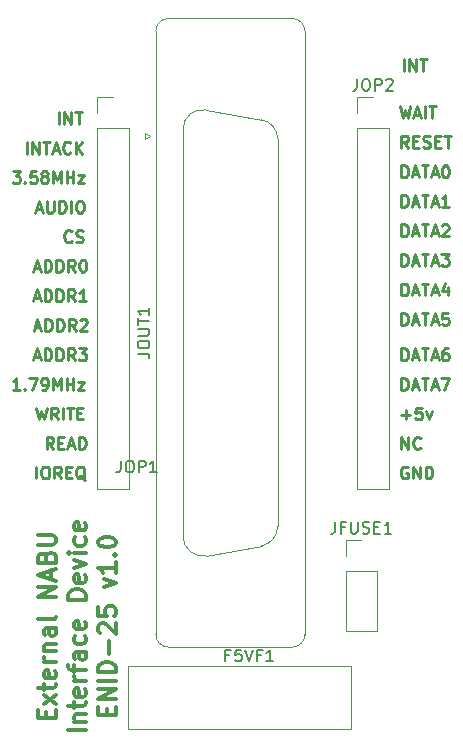
<source format=gbr>
%TF.GenerationSoftware,KiCad,Pcbnew,(5.1.8)-1*%
%TF.CreationDate,2023-02-27T06:27:53-05:00*%
%TF.ProjectId,nabu_export,6e616275-5f65-4787-906f-72742e6b6963,rev?*%
%TF.SameCoordinates,Original*%
%TF.FileFunction,Legend,Top*%
%TF.FilePolarity,Positive*%
%FSLAX46Y46*%
G04 Gerber Fmt 4.6, Leading zero omitted, Abs format (unit mm)*
G04 Created by KiCad (PCBNEW (5.1.8)-1) date 2023-02-27 06:27:53*
%MOMM*%
%LPD*%
G01*
G04 APERTURE LIST*
%ADD10C,0.250000*%
%ADD11C,0.300000*%
%ADD12C,0.120000*%
%ADD13C,0.150000*%
G04 APERTURE END LIST*
D10*
X137595238Y-51952380D02*
X137595238Y-50952380D01*
X138071428Y-51952380D02*
X138071428Y-50952380D01*
X138642857Y-51952380D01*
X138642857Y-50952380D01*
X138976190Y-50952380D02*
X139547619Y-50952380D01*
X139261904Y-51952380D02*
X139261904Y-50952380D01*
X137924404Y-85500000D02*
X137829166Y-85452380D01*
X137686309Y-85452380D01*
X137543452Y-85500000D01*
X137448214Y-85595238D01*
X137400595Y-85690476D01*
X137352976Y-85880952D01*
X137352976Y-86023809D01*
X137400595Y-86214285D01*
X137448214Y-86309523D01*
X137543452Y-86404761D01*
X137686309Y-86452380D01*
X137781547Y-86452380D01*
X137924404Y-86404761D01*
X137972023Y-86357142D01*
X137972023Y-86023809D01*
X137781547Y-86023809D01*
X138400595Y-86452380D02*
X138400595Y-85452380D01*
X138972023Y-86452380D01*
X138972023Y-85452380D01*
X139448214Y-86452380D02*
X139448214Y-85452380D01*
X139686309Y-85452380D01*
X139829166Y-85500000D01*
X139924404Y-85595238D01*
X139972023Y-85690476D01*
X140019642Y-85880952D01*
X140019642Y-86023809D01*
X139972023Y-86214285D01*
X139924404Y-86309523D01*
X139829166Y-86404761D01*
X139686309Y-86452380D01*
X139448214Y-86452380D01*
X137400595Y-83952380D02*
X137400595Y-82952380D01*
X137972023Y-83952380D01*
X137972023Y-82952380D01*
X139019642Y-83857142D02*
X138972023Y-83904761D01*
X138829166Y-83952380D01*
X138733928Y-83952380D01*
X138591071Y-83904761D01*
X138495833Y-83809523D01*
X138448214Y-83714285D01*
X138400595Y-83523809D01*
X138400595Y-83380952D01*
X138448214Y-83190476D01*
X138495833Y-83095238D01*
X138591071Y-83000000D01*
X138733928Y-82952380D01*
X138829166Y-82952380D01*
X138972023Y-83000000D01*
X139019642Y-83047619D01*
X137400595Y-81071428D02*
X138162500Y-81071428D01*
X137781547Y-81452380D02*
X137781547Y-80690476D01*
X139114880Y-80452380D02*
X138638690Y-80452380D01*
X138591071Y-80928571D01*
X138638690Y-80880952D01*
X138733928Y-80833333D01*
X138972023Y-80833333D01*
X139067261Y-80880952D01*
X139114880Y-80928571D01*
X139162500Y-81023809D01*
X139162500Y-81261904D01*
X139114880Y-81357142D01*
X139067261Y-81404761D01*
X138972023Y-81452380D01*
X138733928Y-81452380D01*
X138638690Y-81404761D01*
X138591071Y-81357142D01*
X139495833Y-80785714D02*
X139733928Y-81452380D01*
X139972023Y-80785714D01*
X137400595Y-78952380D02*
X137400595Y-77952380D01*
X137638690Y-77952380D01*
X137781547Y-78000000D01*
X137876785Y-78095238D01*
X137924404Y-78190476D01*
X137972023Y-78380952D01*
X137972023Y-78523809D01*
X137924404Y-78714285D01*
X137876785Y-78809523D01*
X137781547Y-78904761D01*
X137638690Y-78952380D01*
X137400595Y-78952380D01*
X138352976Y-78666666D02*
X138829166Y-78666666D01*
X138257738Y-78952380D02*
X138591071Y-77952380D01*
X138924404Y-78952380D01*
X139114880Y-77952380D02*
X139686309Y-77952380D01*
X139400595Y-78952380D02*
X139400595Y-77952380D01*
X139972023Y-78666666D02*
X140448214Y-78666666D01*
X139876785Y-78952380D02*
X140210119Y-77952380D01*
X140543452Y-78952380D01*
X140781547Y-77952380D02*
X141448214Y-77952380D01*
X141019642Y-78952380D01*
X137400595Y-76452380D02*
X137400595Y-75452380D01*
X137638690Y-75452380D01*
X137781547Y-75500000D01*
X137876785Y-75595238D01*
X137924404Y-75690476D01*
X137972023Y-75880952D01*
X137972023Y-76023809D01*
X137924404Y-76214285D01*
X137876785Y-76309523D01*
X137781547Y-76404761D01*
X137638690Y-76452380D01*
X137400595Y-76452380D01*
X138352976Y-76166666D02*
X138829166Y-76166666D01*
X138257738Y-76452380D02*
X138591071Y-75452380D01*
X138924404Y-76452380D01*
X139114880Y-75452380D02*
X139686309Y-75452380D01*
X139400595Y-76452380D02*
X139400595Y-75452380D01*
X139972023Y-76166666D02*
X140448214Y-76166666D01*
X139876785Y-76452380D02*
X140210119Y-75452380D01*
X140543452Y-76452380D01*
X141305357Y-75452380D02*
X141114880Y-75452380D01*
X141019642Y-75500000D01*
X140972023Y-75547619D01*
X140876785Y-75690476D01*
X140829166Y-75880952D01*
X140829166Y-76261904D01*
X140876785Y-76357142D01*
X140924404Y-76404761D01*
X141019642Y-76452380D01*
X141210119Y-76452380D01*
X141305357Y-76404761D01*
X141352976Y-76357142D01*
X141400595Y-76261904D01*
X141400595Y-76023809D01*
X141352976Y-75928571D01*
X141305357Y-75880952D01*
X141210119Y-75833333D01*
X141019642Y-75833333D01*
X140924404Y-75880952D01*
X140876785Y-75928571D01*
X140829166Y-76023809D01*
X137400595Y-73452380D02*
X137400595Y-72452380D01*
X137638690Y-72452380D01*
X137781547Y-72500000D01*
X137876785Y-72595238D01*
X137924404Y-72690476D01*
X137972023Y-72880952D01*
X137972023Y-73023809D01*
X137924404Y-73214285D01*
X137876785Y-73309523D01*
X137781547Y-73404761D01*
X137638690Y-73452380D01*
X137400595Y-73452380D01*
X138352976Y-73166666D02*
X138829166Y-73166666D01*
X138257738Y-73452380D02*
X138591071Y-72452380D01*
X138924404Y-73452380D01*
X139114880Y-72452380D02*
X139686309Y-72452380D01*
X139400595Y-73452380D02*
X139400595Y-72452380D01*
X139972023Y-73166666D02*
X140448214Y-73166666D01*
X139876785Y-73452380D02*
X140210119Y-72452380D01*
X140543452Y-73452380D01*
X141352976Y-72452380D02*
X140876785Y-72452380D01*
X140829166Y-72928571D01*
X140876785Y-72880952D01*
X140972023Y-72833333D01*
X141210119Y-72833333D01*
X141305357Y-72880952D01*
X141352976Y-72928571D01*
X141400595Y-73023809D01*
X141400595Y-73261904D01*
X141352976Y-73357142D01*
X141305357Y-73404761D01*
X141210119Y-73452380D01*
X140972023Y-73452380D01*
X140876785Y-73404761D01*
X140829166Y-73357142D01*
X137400595Y-70952380D02*
X137400595Y-69952380D01*
X137638690Y-69952380D01*
X137781547Y-70000000D01*
X137876785Y-70095238D01*
X137924404Y-70190476D01*
X137972023Y-70380952D01*
X137972023Y-70523809D01*
X137924404Y-70714285D01*
X137876785Y-70809523D01*
X137781547Y-70904761D01*
X137638690Y-70952380D01*
X137400595Y-70952380D01*
X138352976Y-70666666D02*
X138829166Y-70666666D01*
X138257738Y-70952380D02*
X138591071Y-69952380D01*
X138924404Y-70952380D01*
X139114880Y-69952380D02*
X139686309Y-69952380D01*
X139400595Y-70952380D02*
X139400595Y-69952380D01*
X139972023Y-70666666D02*
X140448214Y-70666666D01*
X139876785Y-70952380D02*
X140210119Y-69952380D01*
X140543452Y-70952380D01*
X141305357Y-70285714D02*
X141305357Y-70952380D01*
X141067261Y-69904761D02*
X140829166Y-70619047D01*
X141448214Y-70619047D01*
X137400595Y-68452380D02*
X137400595Y-67452380D01*
X137638690Y-67452380D01*
X137781547Y-67500000D01*
X137876785Y-67595238D01*
X137924404Y-67690476D01*
X137972023Y-67880952D01*
X137972023Y-68023809D01*
X137924404Y-68214285D01*
X137876785Y-68309523D01*
X137781547Y-68404761D01*
X137638690Y-68452380D01*
X137400595Y-68452380D01*
X138352976Y-68166666D02*
X138829166Y-68166666D01*
X138257738Y-68452380D02*
X138591071Y-67452380D01*
X138924404Y-68452380D01*
X139114880Y-67452380D02*
X139686309Y-67452380D01*
X139400595Y-68452380D02*
X139400595Y-67452380D01*
X139972023Y-68166666D02*
X140448214Y-68166666D01*
X139876785Y-68452380D02*
X140210119Y-67452380D01*
X140543452Y-68452380D01*
X140781547Y-67452380D02*
X141400595Y-67452380D01*
X141067261Y-67833333D01*
X141210119Y-67833333D01*
X141305357Y-67880952D01*
X141352976Y-67928571D01*
X141400595Y-68023809D01*
X141400595Y-68261904D01*
X141352976Y-68357142D01*
X141305357Y-68404761D01*
X141210119Y-68452380D01*
X140924404Y-68452380D01*
X140829166Y-68404761D01*
X140781547Y-68357142D01*
X137400595Y-65952380D02*
X137400595Y-64952380D01*
X137638690Y-64952380D01*
X137781547Y-65000000D01*
X137876785Y-65095238D01*
X137924404Y-65190476D01*
X137972023Y-65380952D01*
X137972023Y-65523809D01*
X137924404Y-65714285D01*
X137876785Y-65809523D01*
X137781547Y-65904761D01*
X137638690Y-65952380D01*
X137400595Y-65952380D01*
X138352976Y-65666666D02*
X138829166Y-65666666D01*
X138257738Y-65952380D02*
X138591071Y-64952380D01*
X138924404Y-65952380D01*
X139114880Y-64952380D02*
X139686309Y-64952380D01*
X139400595Y-65952380D02*
X139400595Y-64952380D01*
X139972023Y-65666666D02*
X140448214Y-65666666D01*
X139876785Y-65952380D02*
X140210119Y-64952380D01*
X140543452Y-65952380D01*
X140829166Y-65047619D02*
X140876785Y-65000000D01*
X140972023Y-64952380D01*
X141210119Y-64952380D01*
X141305357Y-65000000D01*
X141352976Y-65047619D01*
X141400595Y-65142857D01*
X141400595Y-65238095D01*
X141352976Y-65380952D01*
X140781547Y-65952380D01*
X141400595Y-65952380D01*
X137400595Y-63452380D02*
X137400595Y-62452380D01*
X137638690Y-62452380D01*
X137781547Y-62500000D01*
X137876785Y-62595238D01*
X137924404Y-62690476D01*
X137972023Y-62880952D01*
X137972023Y-63023809D01*
X137924404Y-63214285D01*
X137876785Y-63309523D01*
X137781547Y-63404761D01*
X137638690Y-63452380D01*
X137400595Y-63452380D01*
X138352976Y-63166666D02*
X138829166Y-63166666D01*
X138257738Y-63452380D02*
X138591071Y-62452380D01*
X138924404Y-63452380D01*
X139114880Y-62452380D02*
X139686309Y-62452380D01*
X139400595Y-63452380D02*
X139400595Y-62452380D01*
X139972023Y-63166666D02*
X140448214Y-63166666D01*
X139876785Y-63452380D02*
X140210119Y-62452380D01*
X140543452Y-63452380D01*
X141400595Y-63452380D02*
X140829166Y-63452380D01*
X141114880Y-63452380D02*
X141114880Y-62452380D01*
X141019642Y-62595238D01*
X140924404Y-62690476D01*
X140829166Y-62738095D01*
X137400595Y-60952380D02*
X137400595Y-59952380D01*
X137638690Y-59952380D01*
X137781547Y-60000000D01*
X137876785Y-60095238D01*
X137924404Y-60190476D01*
X137972023Y-60380952D01*
X137972023Y-60523809D01*
X137924404Y-60714285D01*
X137876785Y-60809523D01*
X137781547Y-60904761D01*
X137638690Y-60952380D01*
X137400595Y-60952380D01*
X138352976Y-60666666D02*
X138829166Y-60666666D01*
X138257738Y-60952380D02*
X138591071Y-59952380D01*
X138924404Y-60952380D01*
X139114880Y-59952380D02*
X139686309Y-59952380D01*
X139400595Y-60952380D02*
X139400595Y-59952380D01*
X139972023Y-60666666D02*
X140448214Y-60666666D01*
X139876785Y-60952380D02*
X140210119Y-59952380D01*
X140543452Y-60952380D01*
X141067261Y-59952380D02*
X141162500Y-59952380D01*
X141257738Y-60000000D01*
X141305357Y-60047619D01*
X141352976Y-60142857D01*
X141400595Y-60333333D01*
X141400595Y-60571428D01*
X141352976Y-60761904D01*
X141305357Y-60857142D01*
X141257738Y-60904761D01*
X141162500Y-60952380D01*
X141067261Y-60952380D01*
X140972023Y-60904761D01*
X140924404Y-60857142D01*
X140876785Y-60761904D01*
X140829166Y-60571428D01*
X140829166Y-60333333D01*
X140876785Y-60142857D01*
X140924404Y-60047619D01*
X140972023Y-60000000D01*
X141067261Y-59952380D01*
X137972023Y-58452380D02*
X137638690Y-57976190D01*
X137400595Y-58452380D02*
X137400595Y-57452380D01*
X137781547Y-57452380D01*
X137876785Y-57500000D01*
X137924404Y-57547619D01*
X137972023Y-57642857D01*
X137972023Y-57785714D01*
X137924404Y-57880952D01*
X137876785Y-57928571D01*
X137781547Y-57976190D01*
X137400595Y-57976190D01*
X138400595Y-57928571D02*
X138733928Y-57928571D01*
X138876785Y-58452380D02*
X138400595Y-58452380D01*
X138400595Y-57452380D01*
X138876785Y-57452380D01*
X139257738Y-58404761D02*
X139400595Y-58452380D01*
X139638690Y-58452380D01*
X139733928Y-58404761D01*
X139781547Y-58357142D01*
X139829166Y-58261904D01*
X139829166Y-58166666D01*
X139781547Y-58071428D01*
X139733928Y-58023809D01*
X139638690Y-57976190D01*
X139448214Y-57928571D01*
X139352976Y-57880952D01*
X139305357Y-57833333D01*
X139257738Y-57738095D01*
X139257738Y-57642857D01*
X139305357Y-57547619D01*
X139352976Y-57500000D01*
X139448214Y-57452380D01*
X139686309Y-57452380D01*
X139829166Y-57500000D01*
X140257738Y-57928571D02*
X140591071Y-57928571D01*
X140733928Y-58452380D02*
X140257738Y-58452380D01*
X140257738Y-57452380D01*
X140733928Y-57452380D01*
X141019642Y-57452380D02*
X141591071Y-57452380D01*
X141305357Y-58452380D02*
X141305357Y-57452380D01*
X137305357Y-54952380D02*
X137543452Y-55952380D01*
X137733928Y-55238095D01*
X137924404Y-55952380D01*
X138162500Y-54952380D01*
X138495833Y-55666666D02*
X138972023Y-55666666D01*
X138400595Y-55952380D02*
X138733928Y-54952380D01*
X139067261Y-55952380D01*
X139400595Y-55952380D02*
X139400595Y-54952380D01*
X139733928Y-54952380D02*
X140305357Y-54952380D01*
X140019642Y-55952380D02*
X140019642Y-54952380D01*
X106352976Y-73666666D02*
X106829166Y-73666666D01*
X106257738Y-73952380D02*
X106591071Y-72952380D01*
X106924404Y-73952380D01*
X107257738Y-73952380D02*
X107257738Y-72952380D01*
X107495833Y-72952380D01*
X107638690Y-73000000D01*
X107733928Y-73095238D01*
X107781547Y-73190476D01*
X107829166Y-73380952D01*
X107829166Y-73523809D01*
X107781547Y-73714285D01*
X107733928Y-73809523D01*
X107638690Y-73904761D01*
X107495833Y-73952380D01*
X107257738Y-73952380D01*
X108257738Y-73952380D02*
X108257738Y-72952380D01*
X108495833Y-72952380D01*
X108638690Y-73000000D01*
X108733928Y-73095238D01*
X108781547Y-73190476D01*
X108829166Y-73380952D01*
X108829166Y-73523809D01*
X108781547Y-73714285D01*
X108733928Y-73809523D01*
X108638690Y-73904761D01*
X108495833Y-73952380D01*
X108257738Y-73952380D01*
X109829166Y-73952380D02*
X109495833Y-73476190D01*
X109257738Y-73952380D02*
X109257738Y-72952380D01*
X109638690Y-72952380D01*
X109733928Y-73000000D01*
X109781547Y-73047619D01*
X109829166Y-73142857D01*
X109829166Y-73285714D01*
X109781547Y-73380952D01*
X109733928Y-73428571D01*
X109638690Y-73476190D01*
X109257738Y-73476190D01*
X110210119Y-73047619D02*
X110257738Y-73000000D01*
X110352976Y-72952380D01*
X110591071Y-72952380D01*
X110686309Y-73000000D01*
X110733928Y-73047619D01*
X110781547Y-73142857D01*
X110781547Y-73238095D01*
X110733928Y-73380952D01*
X110162500Y-73952380D01*
X110781547Y-73952380D01*
X106500000Y-86452380D02*
X106500000Y-85452380D01*
X107166666Y-85452380D02*
X107357142Y-85452380D01*
X107452380Y-85500000D01*
X107547619Y-85595238D01*
X107595238Y-85785714D01*
X107595238Y-86119047D01*
X107547619Y-86309523D01*
X107452380Y-86404761D01*
X107357142Y-86452380D01*
X107166666Y-86452380D01*
X107071428Y-86404761D01*
X106976190Y-86309523D01*
X106928571Y-86119047D01*
X106928571Y-85785714D01*
X106976190Y-85595238D01*
X107071428Y-85500000D01*
X107166666Y-85452380D01*
X108595238Y-86452380D02*
X108261904Y-85976190D01*
X108023809Y-86452380D02*
X108023809Y-85452380D01*
X108404761Y-85452380D01*
X108500000Y-85500000D01*
X108547619Y-85547619D01*
X108595238Y-85642857D01*
X108595238Y-85785714D01*
X108547619Y-85880952D01*
X108500000Y-85928571D01*
X108404761Y-85976190D01*
X108023809Y-85976190D01*
X109023809Y-85928571D02*
X109357142Y-85928571D01*
X109500000Y-86452380D02*
X109023809Y-86452380D01*
X109023809Y-85452380D01*
X109500000Y-85452380D01*
X110595238Y-86547619D02*
X110500000Y-86500000D01*
X110404761Y-86404761D01*
X110261904Y-86261904D01*
X110166666Y-86214285D01*
X110071428Y-86214285D01*
X110119047Y-86452380D02*
X110023809Y-86404761D01*
X109928571Y-86309523D01*
X109880952Y-86119047D01*
X109880952Y-85785714D01*
X109928571Y-85595238D01*
X110023809Y-85500000D01*
X110119047Y-85452380D01*
X110309523Y-85452380D01*
X110404761Y-85500000D01*
X110500000Y-85595238D01*
X110547619Y-85785714D01*
X110547619Y-86119047D01*
X110500000Y-86309523D01*
X110404761Y-86404761D01*
X110309523Y-86452380D01*
X110119047Y-86452380D01*
X107928571Y-83952380D02*
X107595238Y-83476190D01*
X107357142Y-83952380D02*
X107357142Y-82952380D01*
X107738095Y-82952380D01*
X107833333Y-83000000D01*
X107880952Y-83047619D01*
X107928571Y-83142857D01*
X107928571Y-83285714D01*
X107880952Y-83380952D01*
X107833333Y-83428571D01*
X107738095Y-83476190D01*
X107357142Y-83476190D01*
X108357142Y-83428571D02*
X108690476Y-83428571D01*
X108833333Y-83952380D02*
X108357142Y-83952380D01*
X108357142Y-82952380D01*
X108833333Y-82952380D01*
X109214285Y-83666666D02*
X109690476Y-83666666D01*
X109119047Y-83952380D02*
X109452380Y-82952380D01*
X109785714Y-83952380D01*
X110119047Y-83952380D02*
X110119047Y-82952380D01*
X110357142Y-82952380D01*
X110499999Y-83000000D01*
X110595238Y-83095238D01*
X110642857Y-83190476D01*
X110690476Y-83380952D01*
X110690476Y-83523809D01*
X110642857Y-83714285D01*
X110595238Y-83809523D01*
X110499999Y-83904761D01*
X110357142Y-83952380D01*
X110119047Y-83952380D01*
X106500000Y-80452380D02*
X106738095Y-81452380D01*
X106928571Y-80738095D01*
X107119047Y-81452380D01*
X107357142Y-80452380D01*
X108309523Y-81452380D02*
X107976190Y-80976190D01*
X107738095Y-81452380D02*
X107738095Y-80452380D01*
X108119047Y-80452380D01*
X108214285Y-80500000D01*
X108261904Y-80547619D01*
X108309523Y-80642857D01*
X108309523Y-80785714D01*
X108261904Y-80880952D01*
X108214285Y-80928571D01*
X108119047Y-80976190D01*
X107738095Y-80976190D01*
X108738095Y-81452380D02*
X108738095Y-80452380D01*
X109071428Y-80452380D02*
X109642857Y-80452380D01*
X109357142Y-81452380D02*
X109357142Y-80452380D01*
X109976190Y-80928571D02*
X110309523Y-80928571D01*
X110452380Y-81452380D02*
X109976190Y-81452380D01*
X109976190Y-80452380D01*
X110452380Y-80452380D01*
X105095238Y-78952380D02*
X104523809Y-78952380D01*
X104809523Y-78952380D02*
X104809523Y-77952380D01*
X104714285Y-78095238D01*
X104619047Y-78190476D01*
X104523809Y-78238095D01*
X105523809Y-78857142D02*
X105571428Y-78904761D01*
X105523809Y-78952380D01*
X105476190Y-78904761D01*
X105523809Y-78857142D01*
X105523809Y-78952380D01*
X105904761Y-77952380D02*
X106571428Y-77952380D01*
X106142857Y-78952380D01*
X107000000Y-78952380D02*
X107190476Y-78952380D01*
X107285714Y-78904761D01*
X107333333Y-78857142D01*
X107428571Y-78714285D01*
X107476190Y-78523809D01*
X107476190Y-78142857D01*
X107428571Y-78047619D01*
X107380952Y-78000000D01*
X107285714Y-77952380D01*
X107095238Y-77952380D01*
X107000000Y-78000000D01*
X106952380Y-78047619D01*
X106904761Y-78142857D01*
X106904761Y-78380952D01*
X106952380Y-78476190D01*
X107000000Y-78523809D01*
X107095238Y-78571428D01*
X107285714Y-78571428D01*
X107380952Y-78523809D01*
X107428571Y-78476190D01*
X107476190Y-78380952D01*
X107904761Y-78952380D02*
X107904761Y-77952380D01*
X108238095Y-78666666D01*
X108571428Y-77952380D01*
X108571428Y-78952380D01*
X109047619Y-78952380D02*
X109047619Y-77952380D01*
X109047619Y-78428571D02*
X109619047Y-78428571D01*
X109619047Y-78952380D02*
X109619047Y-77952380D01*
X110000000Y-78285714D02*
X110523809Y-78285714D01*
X110000000Y-78952380D01*
X110523809Y-78952380D01*
X106285714Y-76166666D02*
X106761904Y-76166666D01*
X106190476Y-76452380D02*
X106523809Y-75452380D01*
X106857142Y-76452380D01*
X107190476Y-76452380D02*
X107190476Y-75452380D01*
X107428571Y-75452380D01*
X107571428Y-75500000D01*
X107666666Y-75595238D01*
X107714285Y-75690476D01*
X107761904Y-75880952D01*
X107761904Y-76023809D01*
X107714285Y-76214285D01*
X107666666Y-76309523D01*
X107571428Y-76404761D01*
X107428571Y-76452380D01*
X107190476Y-76452380D01*
X108190476Y-76452380D02*
X108190476Y-75452380D01*
X108428571Y-75452380D01*
X108571428Y-75500000D01*
X108666666Y-75595238D01*
X108714285Y-75690476D01*
X108761904Y-75880952D01*
X108761904Y-76023809D01*
X108714285Y-76214285D01*
X108666666Y-76309523D01*
X108571428Y-76404761D01*
X108428571Y-76452380D01*
X108190476Y-76452380D01*
X109761904Y-76452380D02*
X109428571Y-75976190D01*
X109190476Y-76452380D02*
X109190476Y-75452380D01*
X109571428Y-75452380D01*
X109666666Y-75500000D01*
X109714285Y-75547619D01*
X109761904Y-75642857D01*
X109761904Y-75785714D01*
X109714285Y-75880952D01*
X109666666Y-75928571D01*
X109571428Y-75976190D01*
X109190476Y-75976190D01*
X110095238Y-75452380D02*
X110714285Y-75452380D01*
X110380952Y-75833333D01*
X110523809Y-75833333D01*
X110619047Y-75880952D01*
X110666666Y-75928571D01*
X110714285Y-76023809D01*
X110714285Y-76261904D01*
X110666666Y-76357142D01*
X110619047Y-76404761D01*
X110523809Y-76452380D01*
X110238095Y-76452380D01*
X110142857Y-76404761D01*
X110095238Y-76357142D01*
X106285714Y-71166666D02*
X106761904Y-71166666D01*
X106190476Y-71452380D02*
X106523809Y-70452380D01*
X106857142Y-71452380D01*
X107190476Y-71452380D02*
X107190476Y-70452380D01*
X107428571Y-70452380D01*
X107571428Y-70500000D01*
X107666666Y-70595238D01*
X107714285Y-70690476D01*
X107761904Y-70880952D01*
X107761904Y-71023809D01*
X107714285Y-71214285D01*
X107666666Y-71309523D01*
X107571428Y-71404761D01*
X107428571Y-71452380D01*
X107190476Y-71452380D01*
X108190476Y-71452380D02*
X108190476Y-70452380D01*
X108428571Y-70452380D01*
X108571428Y-70500000D01*
X108666666Y-70595238D01*
X108714285Y-70690476D01*
X108761904Y-70880952D01*
X108761904Y-71023809D01*
X108714285Y-71214285D01*
X108666666Y-71309523D01*
X108571428Y-71404761D01*
X108428571Y-71452380D01*
X108190476Y-71452380D01*
X109761904Y-71452380D02*
X109428571Y-70976190D01*
X109190476Y-71452380D02*
X109190476Y-70452380D01*
X109571428Y-70452380D01*
X109666666Y-70500000D01*
X109714285Y-70547619D01*
X109761904Y-70642857D01*
X109761904Y-70785714D01*
X109714285Y-70880952D01*
X109666666Y-70928571D01*
X109571428Y-70976190D01*
X109190476Y-70976190D01*
X110714285Y-71452380D02*
X110142857Y-71452380D01*
X110428571Y-71452380D02*
X110428571Y-70452380D01*
X110333333Y-70595238D01*
X110238095Y-70690476D01*
X110142857Y-70738095D01*
X106285714Y-68666666D02*
X106761904Y-68666666D01*
X106190476Y-68952380D02*
X106523809Y-67952380D01*
X106857142Y-68952380D01*
X107190476Y-68952380D02*
X107190476Y-67952380D01*
X107428571Y-67952380D01*
X107571428Y-68000000D01*
X107666666Y-68095238D01*
X107714285Y-68190476D01*
X107761904Y-68380952D01*
X107761904Y-68523809D01*
X107714285Y-68714285D01*
X107666666Y-68809523D01*
X107571428Y-68904761D01*
X107428571Y-68952380D01*
X107190476Y-68952380D01*
X108190476Y-68952380D02*
X108190476Y-67952380D01*
X108428571Y-67952380D01*
X108571428Y-68000000D01*
X108666666Y-68095238D01*
X108714285Y-68190476D01*
X108761904Y-68380952D01*
X108761904Y-68523809D01*
X108714285Y-68714285D01*
X108666666Y-68809523D01*
X108571428Y-68904761D01*
X108428571Y-68952380D01*
X108190476Y-68952380D01*
X109761904Y-68952380D02*
X109428571Y-68476190D01*
X109190476Y-68952380D02*
X109190476Y-67952380D01*
X109571428Y-67952380D01*
X109666666Y-68000000D01*
X109714285Y-68047619D01*
X109761904Y-68142857D01*
X109761904Y-68285714D01*
X109714285Y-68380952D01*
X109666666Y-68428571D01*
X109571428Y-68476190D01*
X109190476Y-68476190D01*
X110380952Y-67952380D02*
X110476190Y-67952380D01*
X110571428Y-68000000D01*
X110619047Y-68047619D01*
X110666666Y-68142857D01*
X110714285Y-68333333D01*
X110714285Y-68571428D01*
X110666666Y-68761904D01*
X110619047Y-68857142D01*
X110571428Y-68904761D01*
X110476190Y-68952380D01*
X110380952Y-68952380D01*
X110285714Y-68904761D01*
X110238095Y-68857142D01*
X110190476Y-68761904D01*
X110142857Y-68571428D01*
X110142857Y-68333333D01*
X110190476Y-68142857D01*
X110238095Y-68047619D01*
X110285714Y-68000000D01*
X110380952Y-67952380D01*
X109472023Y-66357142D02*
X109424404Y-66404761D01*
X109281547Y-66452380D01*
X109186309Y-66452380D01*
X109043452Y-66404761D01*
X108948214Y-66309523D01*
X108900595Y-66214285D01*
X108852976Y-66023809D01*
X108852976Y-65880952D01*
X108900595Y-65690476D01*
X108948214Y-65595238D01*
X109043452Y-65500000D01*
X109186309Y-65452380D01*
X109281547Y-65452380D01*
X109424404Y-65500000D01*
X109472023Y-65547619D01*
X109852976Y-66404761D02*
X109995833Y-66452380D01*
X110233928Y-66452380D01*
X110329166Y-66404761D01*
X110376785Y-66357142D01*
X110424404Y-66261904D01*
X110424404Y-66166666D01*
X110376785Y-66071428D01*
X110329166Y-66023809D01*
X110233928Y-65976190D01*
X110043452Y-65928571D01*
X109948214Y-65880952D01*
X109900595Y-65833333D01*
X109852976Y-65738095D01*
X109852976Y-65642857D01*
X109900595Y-65547619D01*
X109948214Y-65500000D01*
X110043452Y-65452380D01*
X110281547Y-65452380D01*
X110424404Y-65500000D01*
X106476190Y-63666666D02*
X106952380Y-63666666D01*
X106380952Y-63952380D02*
X106714285Y-62952380D01*
X107047619Y-63952380D01*
X107380952Y-62952380D02*
X107380952Y-63761904D01*
X107428571Y-63857142D01*
X107476190Y-63904761D01*
X107571428Y-63952380D01*
X107761904Y-63952380D01*
X107857142Y-63904761D01*
X107904761Y-63857142D01*
X107952380Y-63761904D01*
X107952380Y-62952380D01*
X108428571Y-63952380D02*
X108428571Y-62952380D01*
X108666666Y-62952380D01*
X108809523Y-63000000D01*
X108904761Y-63095238D01*
X108952380Y-63190476D01*
X109000000Y-63380952D01*
X109000000Y-63523809D01*
X108952380Y-63714285D01*
X108904761Y-63809523D01*
X108809523Y-63904761D01*
X108666666Y-63952380D01*
X108428571Y-63952380D01*
X109428571Y-63952380D02*
X109428571Y-62952380D01*
X110095238Y-62952380D02*
X110285714Y-62952380D01*
X110380952Y-63000000D01*
X110476190Y-63095238D01*
X110523809Y-63285714D01*
X110523809Y-63619047D01*
X110476190Y-63809523D01*
X110380952Y-63904761D01*
X110285714Y-63952380D01*
X110095238Y-63952380D01*
X110000000Y-63904761D01*
X109904761Y-63809523D01*
X109857142Y-63619047D01*
X109857142Y-63285714D01*
X109904761Y-63095238D01*
X110000000Y-63000000D01*
X110095238Y-62952380D01*
X104476190Y-60452380D02*
X105095238Y-60452380D01*
X104761904Y-60833333D01*
X104904761Y-60833333D01*
X105000000Y-60880952D01*
X105047619Y-60928571D01*
X105095238Y-61023809D01*
X105095238Y-61261904D01*
X105047619Y-61357142D01*
X105000000Y-61404761D01*
X104904761Y-61452380D01*
X104619047Y-61452380D01*
X104523809Y-61404761D01*
X104476190Y-61357142D01*
X105523809Y-61357142D02*
X105571428Y-61404761D01*
X105523809Y-61452380D01*
X105476190Y-61404761D01*
X105523809Y-61357142D01*
X105523809Y-61452380D01*
X106476190Y-60452380D02*
X106000000Y-60452380D01*
X105952380Y-60928571D01*
X106000000Y-60880952D01*
X106095238Y-60833333D01*
X106333333Y-60833333D01*
X106428571Y-60880952D01*
X106476190Y-60928571D01*
X106523809Y-61023809D01*
X106523809Y-61261904D01*
X106476190Y-61357142D01*
X106428571Y-61404761D01*
X106333333Y-61452380D01*
X106095238Y-61452380D01*
X106000000Y-61404761D01*
X105952380Y-61357142D01*
X107095238Y-60880952D02*
X107000000Y-60833333D01*
X106952380Y-60785714D01*
X106904761Y-60690476D01*
X106904761Y-60642857D01*
X106952380Y-60547619D01*
X107000000Y-60500000D01*
X107095238Y-60452380D01*
X107285714Y-60452380D01*
X107380952Y-60500000D01*
X107428571Y-60547619D01*
X107476190Y-60642857D01*
X107476190Y-60690476D01*
X107428571Y-60785714D01*
X107380952Y-60833333D01*
X107285714Y-60880952D01*
X107095238Y-60880952D01*
X107000000Y-60928571D01*
X106952380Y-60976190D01*
X106904761Y-61071428D01*
X106904761Y-61261904D01*
X106952380Y-61357142D01*
X107000000Y-61404761D01*
X107095238Y-61452380D01*
X107285714Y-61452380D01*
X107380952Y-61404761D01*
X107428571Y-61357142D01*
X107476190Y-61261904D01*
X107476190Y-61071428D01*
X107428571Y-60976190D01*
X107380952Y-60928571D01*
X107285714Y-60880952D01*
X107904761Y-61452380D02*
X107904761Y-60452380D01*
X108238095Y-61166666D01*
X108571428Y-60452380D01*
X108571428Y-61452380D01*
X109047619Y-61452380D02*
X109047619Y-60452380D01*
X109047619Y-60928571D02*
X109619047Y-60928571D01*
X109619047Y-61452380D02*
X109619047Y-60452380D01*
X110000000Y-60785714D02*
X110523809Y-60785714D01*
X110000000Y-61452380D01*
X110523809Y-61452380D01*
X105666666Y-58952380D02*
X105666666Y-57952380D01*
X106142857Y-58952380D02*
X106142857Y-57952380D01*
X106714285Y-58952380D01*
X106714285Y-57952380D01*
X107047619Y-57952380D02*
X107619047Y-57952380D01*
X107333333Y-58952380D02*
X107333333Y-57952380D01*
X107904761Y-58666666D02*
X108380952Y-58666666D01*
X107809523Y-58952380D02*
X108142857Y-57952380D01*
X108476190Y-58952380D01*
X109380952Y-58857142D02*
X109333333Y-58904761D01*
X109190476Y-58952380D01*
X109095238Y-58952380D01*
X108952380Y-58904761D01*
X108857142Y-58809523D01*
X108809523Y-58714285D01*
X108761904Y-58523809D01*
X108761904Y-58380952D01*
X108809523Y-58190476D01*
X108857142Y-58095238D01*
X108952380Y-58000000D01*
X109095238Y-57952380D01*
X109190476Y-57952380D01*
X109333333Y-58000000D01*
X109380952Y-58047619D01*
X109809523Y-58952380D02*
X109809523Y-57952380D01*
X110380952Y-58952380D02*
X109952380Y-58380952D01*
X110380952Y-57952380D02*
X109809523Y-58523809D01*
X108400595Y-56452380D02*
X108400595Y-55452380D01*
X108876785Y-56452380D02*
X108876785Y-55452380D01*
X109448214Y-56452380D01*
X109448214Y-55452380D01*
X109781547Y-55452380D02*
X110352976Y-55452380D01*
X110067261Y-56452380D02*
X110067261Y-55452380D01*
D11*
X107342857Y-106750000D02*
X107342857Y-106250000D01*
X108128571Y-106035714D02*
X108128571Y-106750000D01*
X106628571Y-106750000D01*
X106628571Y-106035714D01*
X108128571Y-105535714D02*
X107128571Y-104750000D01*
X107128571Y-105535714D02*
X108128571Y-104750000D01*
X107128571Y-104392857D02*
X107128571Y-103821428D01*
X106628571Y-104178571D02*
X107914285Y-104178571D01*
X108057142Y-104107142D01*
X108128571Y-103964285D01*
X108128571Y-103821428D01*
X108057142Y-102750000D02*
X108128571Y-102892857D01*
X108128571Y-103178571D01*
X108057142Y-103321428D01*
X107914285Y-103392857D01*
X107342857Y-103392857D01*
X107200000Y-103321428D01*
X107128571Y-103178571D01*
X107128571Y-102892857D01*
X107200000Y-102750000D01*
X107342857Y-102678571D01*
X107485714Y-102678571D01*
X107628571Y-103392857D01*
X108128571Y-102035714D02*
X107128571Y-102035714D01*
X107414285Y-102035714D02*
X107271428Y-101964285D01*
X107200000Y-101892857D01*
X107128571Y-101750000D01*
X107128571Y-101607142D01*
X107128571Y-101107142D02*
X108128571Y-101107142D01*
X107271428Y-101107142D02*
X107200000Y-101035714D01*
X107128571Y-100892857D01*
X107128571Y-100678571D01*
X107200000Y-100535714D01*
X107342857Y-100464285D01*
X108128571Y-100464285D01*
X108128571Y-99107142D02*
X107342857Y-99107142D01*
X107200000Y-99178571D01*
X107128571Y-99321428D01*
X107128571Y-99607142D01*
X107200000Y-99750000D01*
X108057142Y-99107142D02*
X108128571Y-99250000D01*
X108128571Y-99607142D01*
X108057142Y-99750000D01*
X107914285Y-99821428D01*
X107771428Y-99821428D01*
X107628571Y-99750000D01*
X107557142Y-99607142D01*
X107557142Y-99250000D01*
X107485714Y-99107142D01*
X108128571Y-98178571D02*
X108057142Y-98321428D01*
X107914285Y-98392857D01*
X106628571Y-98392857D01*
X108128571Y-96464285D02*
X106628571Y-96464285D01*
X108128571Y-95607142D01*
X106628571Y-95607142D01*
X107700000Y-94964285D02*
X107700000Y-94250000D01*
X108128571Y-95107142D02*
X106628571Y-94607142D01*
X108128571Y-94107142D01*
X107342857Y-93107142D02*
X107414285Y-92892857D01*
X107485714Y-92821428D01*
X107628571Y-92750000D01*
X107842857Y-92750000D01*
X107985714Y-92821428D01*
X108057142Y-92892857D01*
X108128571Y-93035714D01*
X108128571Y-93607142D01*
X106628571Y-93607142D01*
X106628571Y-93107142D01*
X106700000Y-92964285D01*
X106771428Y-92892857D01*
X106914285Y-92821428D01*
X107057142Y-92821428D01*
X107200000Y-92892857D01*
X107271428Y-92964285D01*
X107342857Y-93107142D01*
X107342857Y-93607142D01*
X106628571Y-92107142D02*
X107842857Y-92107142D01*
X107985714Y-92035714D01*
X108057142Y-91964285D01*
X108128571Y-91821428D01*
X108128571Y-91535714D01*
X108057142Y-91392857D01*
X107985714Y-91321428D01*
X107842857Y-91250000D01*
X106628571Y-91250000D01*
X110678571Y-107785714D02*
X109178571Y-107785714D01*
X109678571Y-107071428D02*
X110678571Y-107071428D01*
X109821428Y-107071428D02*
X109750000Y-107000000D01*
X109678571Y-106857142D01*
X109678571Y-106642857D01*
X109750000Y-106500000D01*
X109892857Y-106428571D01*
X110678571Y-106428571D01*
X109678571Y-105928571D02*
X109678571Y-105357142D01*
X109178571Y-105714285D02*
X110464285Y-105714285D01*
X110607142Y-105642857D01*
X110678571Y-105500000D01*
X110678571Y-105357142D01*
X110607142Y-104285714D02*
X110678571Y-104428571D01*
X110678571Y-104714285D01*
X110607142Y-104857142D01*
X110464285Y-104928571D01*
X109892857Y-104928571D01*
X109750000Y-104857142D01*
X109678571Y-104714285D01*
X109678571Y-104428571D01*
X109750000Y-104285714D01*
X109892857Y-104214285D01*
X110035714Y-104214285D01*
X110178571Y-104928571D01*
X110678571Y-103571428D02*
X109678571Y-103571428D01*
X109964285Y-103571428D02*
X109821428Y-103500000D01*
X109750000Y-103428571D01*
X109678571Y-103285714D01*
X109678571Y-103142857D01*
X109678571Y-102857142D02*
X109678571Y-102285714D01*
X110678571Y-102642857D02*
X109392857Y-102642857D01*
X109250000Y-102571428D01*
X109178571Y-102428571D01*
X109178571Y-102285714D01*
X110678571Y-101142857D02*
X109892857Y-101142857D01*
X109750000Y-101214285D01*
X109678571Y-101357142D01*
X109678571Y-101642857D01*
X109750000Y-101785714D01*
X110607142Y-101142857D02*
X110678571Y-101285714D01*
X110678571Y-101642857D01*
X110607142Y-101785714D01*
X110464285Y-101857142D01*
X110321428Y-101857142D01*
X110178571Y-101785714D01*
X110107142Y-101642857D01*
X110107142Y-101285714D01*
X110035714Y-101142857D01*
X110607142Y-99785714D02*
X110678571Y-99928571D01*
X110678571Y-100214285D01*
X110607142Y-100357142D01*
X110535714Y-100428571D01*
X110392857Y-100500000D01*
X109964285Y-100500000D01*
X109821428Y-100428571D01*
X109750000Y-100357142D01*
X109678571Y-100214285D01*
X109678571Y-99928571D01*
X109750000Y-99785714D01*
X110607142Y-98571428D02*
X110678571Y-98714285D01*
X110678571Y-99000000D01*
X110607142Y-99142857D01*
X110464285Y-99214285D01*
X109892857Y-99214285D01*
X109750000Y-99142857D01*
X109678571Y-99000000D01*
X109678571Y-98714285D01*
X109750000Y-98571428D01*
X109892857Y-98500000D01*
X110035714Y-98500000D01*
X110178571Y-99214285D01*
X110678571Y-96714285D02*
X109178571Y-96714285D01*
X109178571Y-96357142D01*
X109250000Y-96142857D01*
X109392857Y-96000000D01*
X109535714Y-95928571D01*
X109821428Y-95857142D01*
X110035714Y-95857142D01*
X110321428Y-95928571D01*
X110464285Y-96000000D01*
X110607142Y-96142857D01*
X110678571Y-96357142D01*
X110678571Y-96714285D01*
X110607142Y-94642857D02*
X110678571Y-94785714D01*
X110678571Y-95071428D01*
X110607142Y-95214285D01*
X110464285Y-95285714D01*
X109892857Y-95285714D01*
X109750000Y-95214285D01*
X109678571Y-95071428D01*
X109678571Y-94785714D01*
X109750000Y-94642857D01*
X109892857Y-94571428D01*
X110035714Y-94571428D01*
X110178571Y-95285714D01*
X109678571Y-94071428D02*
X110678571Y-93714285D01*
X109678571Y-93357142D01*
X110678571Y-92785714D02*
X109678571Y-92785714D01*
X109178571Y-92785714D02*
X109250000Y-92857142D01*
X109321428Y-92785714D01*
X109250000Y-92714285D01*
X109178571Y-92785714D01*
X109321428Y-92785714D01*
X110607142Y-91428571D02*
X110678571Y-91571428D01*
X110678571Y-91857142D01*
X110607142Y-92000000D01*
X110535714Y-92071428D01*
X110392857Y-92142857D01*
X109964285Y-92142857D01*
X109821428Y-92071428D01*
X109750000Y-92000000D01*
X109678571Y-91857142D01*
X109678571Y-91571428D01*
X109750000Y-91428571D01*
X110607142Y-90214285D02*
X110678571Y-90357142D01*
X110678571Y-90642857D01*
X110607142Y-90785714D01*
X110464285Y-90857142D01*
X109892857Y-90857142D01*
X109750000Y-90785714D01*
X109678571Y-90642857D01*
X109678571Y-90357142D01*
X109750000Y-90214285D01*
X109892857Y-90142857D01*
X110035714Y-90142857D01*
X110178571Y-90857142D01*
X112442857Y-106500000D02*
X112442857Y-106000000D01*
X113228571Y-105785714D02*
X113228571Y-106500000D01*
X111728571Y-106500000D01*
X111728571Y-105785714D01*
X113228571Y-105142857D02*
X111728571Y-105142857D01*
X113228571Y-104285714D01*
X111728571Y-104285714D01*
X113228571Y-103571428D02*
X111728571Y-103571428D01*
X113228571Y-102857142D02*
X111728571Y-102857142D01*
X111728571Y-102500000D01*
X111800000Y-102285714D01*
X111942857Y-102142857D01*
X112085714Y-102071428D01*
X112371428Y-102000000D01*
X112585714Y-102000000D01*
X112871428Y-102071428D01*
X113014285Y-102142857D01*
X113157142Y-102285714D01*
X113228571Y-102500000D01*
X113228571Y-102857142D01*
X112657142Y-101357142D02*
X112657142Y-100214285D01*
X111871428Y-99571428D02*
X111800000Y-99500000D01*
X111728571Y-99357142D01*
X111728571Y-99000000D01*
X111800000Y-98857142D01*
X111871428Y-98785714D01*
X112014285Y-98714285D01*
X112157142Y-98714285D01*
X112371428Y-98785714D01*
X113228571Y-99642857D01*
X113228571Y-98714285D01*
X111728571Y-97357142D02*
X111728571Y-98071428D01*
X112442857Y-98142857D01*
X112371428Y-98071428D01*
X112300000Y-97928571D01*
X112300000Y-97571428D01*
X112371428Y-97428571D01*
X112442857Y-97357142D01*
X112585714Y-97285714D01*
X112942857Y-97285714D01*
X113085714Y-97357142D01*
X113157142Y-97428571D01*
X113228571Y-97571428D01*
X113228571Y-97928571D01*
X113157142Y-98071428D01*
X113085714Y-98142857D01*
X112228571Y-95642857D02*
X113228571Y-95285714D01*
X112228571Y-94928571D01*
X113228571Y-93571428D02*
X113228571Y-94428571D01*
X113228571Y-94000000D02*
X111728571Y-94000000D01*
X111942857Y-94142857D01*
X112085714Y-94285714D01*
X112157142Y-94428571D01*
X113085714Y-92928571D02*
X113157142Y-92857142D01*
X113228571Y-92928571D01*
X113157142Y-93000000D01*
X113085714Y-92928571D01*
X113228571Y-92928571D01*
X111728571Y-91928571D02*
X111728571Y-91785714D01*
X111800000Y-91642857D01*
X111871428Y-91571428D01*
X112014285Y-91500000D01*
X112300000Y-91428571D01*
X112657142Y-91428571D01*
X112942857Y-91500000D01*
X113085714Y-91571428D01*
X113157142Y-91642857D01*
X113228571Y-91785714D01*
X113228571Y-91928571D01*
X113157142Y-92071428D01*
X113085714Y-92142857D01*
X112942857Y-92214285D01*
X112657142Y-92285714D01*
X112300000Y-92285714D01*
X112014285Y-92214285D01*
X111871428Y-92142857D01*
X111800000Y-92071428D01*
X111728571Y-91928571D01*
D12*
%TO.C,JOUT1*%
X120858256Y-92986470D02*
X125558256Y-92157733D01*
X120858256Y-55253530D02*
X125558256Y-56082267D01*
X126930000Y-90522952D02*
X126930000Y-57717048D01*
X118910000Y-91351689D02*
X118910000Y-56888311D01*
X116148675Y-57500000D02*
X115715662Y-57750000D01*
X115715662Y-57250000D02*
X116148675Y-57500000D01*
X115715662Y-57750000D02*
X115715662Y-57250000D01*
X128170000Y-100730000D02*
X117670000Y-100730000D01*
X129230000Y-48570000D02*
X129230000Y-99670000D01*
X117670000Y-47510000D02*
X128170000Y-47510000D01*
X116610000Y-99670000D02*
X116610000Y-48570000D01*
X125558256Y-56082267D02*
G75*
G02*
X126930000Y-57717048I-288256J-1634781D01*
G01*
X125558256Y-92157733D02*
G75*
G03*
X126930000Y-90522952I-288256J1634781D01*
G01*
X120858256Y-55253530D02*
G75*
G03*
X118910000Y-56888311I-288256J-1634781D01*
G01*
X120858256Y-92986470D02*
G75*
G02*
X118910000Y-91351689I-288256J1634781D01*
G01*
X129230000Y-48570000D02*
G75*
G03*
X128170000Y-47510000I-1060000J0D01*
G01*
X129230000Y-99670000D02*
G75*
G02*
X128170000Y-100730000I-1060000J0D01*
G01*
X117670000Y-47510000D02*
G75*
G03*
X116610000Y-48570000I0J-1060000D01*
G01*
X116610000Y-99670000D02*
G75*
G03*
X117670000Y-100730000I1060000J0D01*
G01*
%TO.C,JOP2*%
X133670000Y-54170000D02*
X135000000Y-54170000D01*
X133670000Y-55500000D02*
X133670000Y-54170000D01*
X133670000Y-56770000D02*
X136330000Y-56770000D01*
X136330000Y-56770000D02*
X136330000Y-87310000D01*
X133670000Y-56770000D02*
X133670000Y-87310000D01*
X133670000Y-87310000D02*
X136330000Y-87310000D01*
%TO.C,JOP1*%
X111670000Y-54170000D02*
X113000000Y-54170000D01*
X111670000Y-55500000D02*
X111670000Y-54170000D01*
X111670000Y-56770000D02*
X114330000Y-56770000D01*
X114330000Y-56770000D02*
X114330000Y-87310000D01*
X111670000Y-56770000D02*
X111670000Y-87310000D01*
X111670000Y-87310000D02*
X114330000Y-87310000D01*
%TO.C,JFUSE1*%
X132670000Y-91670000D02*
X134000000Y-91670000D01*
X132670000Y-93000000D02*
X132670000Y-91670000D01*
X132670000Y-94270000D02*
X135330000Y-94270000D01*
X135330000Y-94270000D02*
X135330000Y-99410000D01*
X132670000Y-94270000D02*
X132670000Y-99410000D01*
X132670000Y-99410000D02*
X135330000Y-99410000D01*
%TO.C,F5VF1*%
X133150000Y-107650000D02*
X114250000Y-107650000D01*
X133150000Y-107650000D02*
X133150000Y-102350000D01*
X114250000Y-102350000D02*
X114250000Y-107650000D01*
X114250000Y-102350000D02*
X133150000Y-102350000D01*
%TO.C,JOUT1*%
D13*
X115062380Y-75881904D02*
X115776666Y-75881904D01*
X115919523Y-75929523D01*
X116014761Y-76024761D01*
X116062380Y-76167619D01*
X116062380Y-76262857D01*
X115062380Y-75215238D02*
X115062380Y-75024761D01*
X115110000Y-74929523D01*
X115205238Y-74834285D01*
X115395714Y-74786666D01*
X115729047Y-74786666D01*
X115919523Y-74834285D01*
X116014761Y-74929523D01*
X116062380Y-75024761D01*
X116062380Y-75215238D01*
X116014761Y-75310476D01*
X115919523Y-75405714D01*
X115729047Y-75453333D01*
X115395714Y-75453333D01*
X115205238Y-75405714D01*
X115110000Y-75310476D01*
X115062380Y-75215238D01*
X115062380Y-74358095D02*
X115871904Y-74358095D01*
X115967142Y-74310476D01*
X116014761Y-74262857D01*
X116062380Y-74167619D01*
X116062380Y-73977142D01*
X116014761Y-73881904D01*
X115967142Y-73834285D01*
X115871904Y-73786666D01*
X115062380Y-73786666D01*
X115062380Y-73453333D02*
X115062380Y-72881904D01*
X116062380Y-73167619D02*
X115062380Y-73167619D01*
X116062380Y-72024761D02*
X116062380Y-72596190D01*
X116062380Y-72310476D02*
X115062380Y-72310476D01*
X115205238Y-72405714D01*
X115300476Y-72500952D01*
X115348095Y-72596190D01*
%TO.C,JOP2*%
X133642857Y-52622380D02*
X133642857Y-53336666D01*
X133595238Y-53479523D01*
X133500000Y-53574761D01*
X133357142Y-53622380D01*
X133261904Y-53622380D01*
X134309523Y-52622380D02*
X134500000Y-52622380D01*
X134595238Y-52670000D01*
X134690476Y-52765238D01*
X134738095Y-52955714D01*
X134738095Y-53289047D01*
X134690476Y-53479523D01*
X134595238Y-53574761D01*
X134500000Y-53622380D01*
X134309523Y-53622380D01*
X134214285Y-53574761D01*
X134119047Y-53479523D01*
X134071428Y-53289047D01*
X134071428Y-52955714D01*
X134119047Y-52765238D01*
X134214285Y-52670000D01*
X134309523Y-52622380D01*
X135166666Y-53622380D02*
X135166666Y-52622380D01*
X135547619Y-52622380D01*
X135642857Y-52670000D01*
X135690476Y-52717619D01*
X135738095Y-52812857D01*
X135738095Y-52955714D01*
X135690476Y-53050952D01*
X135642857Y-53098571D01*
X135547619Y-53146190D01*
X135166666Y-53146190D01*
X136119047Y-52717619D02*
X136166666Y-52670000D01*
X136261904Y-52622380D01*
X136500000Y-52622380D01*
X136595238Y-52670000D01*
X136642857Y-52717619D01*
X136690476Y-52812857D01*
X136690476Y-52908095D01*
X136642857Y-53050952D01*
X136071428Y-53622380D01*
X136690476Y-53622380D01*
%TO.C,JOP1*%
X113642857Y-84952380D02*
X113642857Y-85666666D01*
X113595238Y-85809523D01*
X113500000Y-85904761D01*
X113357142Y-85952380D01*
X113261904Y-85952380D01*
X114309523Y-84952380D02*
X114500000Y-84952380D01*
X114595238Y-85000000D01*
X114690476Y-85095238D01*
X114738095Y-85285714D01*
X114738095Y-85619047D01*
X114690476Y-85809523D01*
X114595238Y-85904761D01*
X114500000Y-85952380D01*
X114309523Y-85952380D01*
X114214285Y-85904761D01*
X114119047Y-85809523D01*
X114071428Y-85619047D01*
X114071428Y-85285714D01*
X114119047Y-85095238D01*
X114214285Y-85000000D01*
X114309523Y-84952380D01*
X115166666Y-85952380D02*
X115166666Y-84952380D01*
X115547619Y-84952380D01*
X115642857Y-85000000D01*
X115690476Y-85047619D01*
X115738095Y-85142857D01*
X115738095Y-85285714D01*
X115690476Y-85380952D01*
X115642857Y-85428571D01*
X115547619Y-85476190D01*
X115166666Y-85476190D01*
X116690476Y-85952380D02*
X116119047Y-85952380D01*
X116404761Y-85952380D02*
X116404761Y-84952380D01*
X116309523Y-85095238D01*
X116214285Y-85190476D01*
X116119047Y-85238095D01*
%TO.C,JFUSE1*%
X131785714Y-90122380D02*
X131785714Y-90836666D01*
X131738095Y-90979523D01*
X131642857Y-91074761D01*
X131500000Y-91122380D01*
X131404761Y-91122380D01*
X132595238Y-90598571D02*
X132261904Y-90598571D01*
X132261904Y-91122380D02*
X132261904Y-90122380D01*
X132738095Y-90122380D01*
X133119047Y-90122380D02*
X133119047Y-90931904D01*
X133166666Y-91027142D01*
X133214285Y-91074761D01*
X133309523Y-91122380D01*
X133500000Y-91122380D01*
X133595238Y-91074761D01*
X133642857Y-91027142D01*
X133690476Y-90931904D01*
X133690476Y-90122380D01*
X134119047Y-91074761D02*
X134261904Y-91122380D01*
X134500000Y-91122380D01*
X134595238Y-91074761D01*
X134642857Y-91027142D01*
X134690476Y-90931904D01*
X134690476Y-90836666D01*
X134642857Y-90741428D01*
X134595238Y-90693809D01*
X134500000Y-90646190D01*
X134309523Y-90598571D01*
X134214285Y-90550952D01*
X134166666Y-90503333D01*
X134119047Y-90408095D01*
X134119047Y-90312857D01*
X134166666Y-90217619D01*
X134214285Y-90170000D01*
X134309523Y-90122380D01*
X134547619Y-90122380D01*
X134690476Y-90170000D01*
X135119047Y-90598571D02*
X135452380Y-90598571D01*
X135595238Y-91122380D02*
X135119047Y-91122380D01*
X135119047Y-90122380D01*
X135595238Y-90122380D01*
X136547619Y-91122380D02*
X135976190Y-91122380D01*
X136261904Y-91122380D02*
X136261904Y-90122380D01*
X136166666Y-90265238D01*
X136071428Y-90360476D01*
X135976190Y-90408095D01*
%TO.C,F5VF1*%
X122833333Y-101428571D02*
X122500000Y-101428571D01*
X122500000Y-101952380D02*
X122500000Y-100952380D01*
X122976190Y-100952380D01*
X123833333Y-100952380D02*
X123357142Y-100952380D01*
X123309523Y-101428571D01*
X123357142Y-101380952D01*
X123452380Y-101333333D01*
X123690476Y-101333333D01*
X123785714Y-101380952D01*
X123833333Y-101428571D01*
X123880952Y-101523809D01*
X123880952Y-101761904D01*
X123833333Y-101857142D01*
X123785714Y-101904761D01*
X123690476Y-101952380D01*
X123452380Y-101952380D01*
X123357142Y-101904761D01*
X123309523Y-101857142D01*
X124166666Y-100952380D02*
X124500000Y-101952380D01*
X124833333Y-100952380D01*
X125500000Y-101428571D02*
X125166666Y-101428571D01*
X125166666Y-101952380D02*
X125166666Y-100952380D01*
X125642857Y-100952380D01*
X126547619Y-101952380D02*
X125976190Y-101952380D01*
X126261904Y-101952380D02*
X126261904Y-100952380D01*
X126166666Y-101095238D01*
X126071428Y-101190476D01*
X125976190Y-101238095D01*
%TD*%
M02*

</source>
